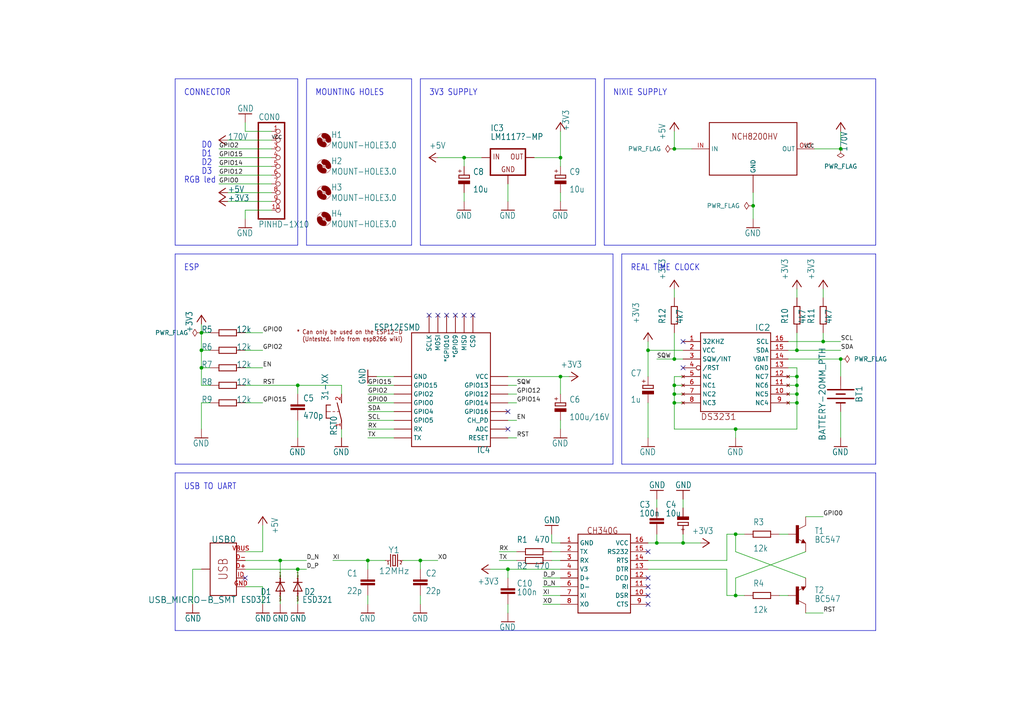
<source format=kicad_sch>
(kicad_sch (version 20231120) (generator "eeschema") (generator_version "8.0")
  (paper "A4")
  (junction (at 231.14 114.3))
  (junction (at 195.58 116.84))
  (junction (at 86.36 165.1))
  (junction (at 58.42 96.52))
  (junction (at 243.84 104.14))
  (junction (at 213.36 154.94))
  (junction (at 195.58 43.18))
  (junction (at 231.14 101.6))
  (junction (at 190.5 157.48))
  (junction (at 106.68 162.56))
  (junction (at 195.58 104.14))
  (junction (at 231.14 111.76))
  (junction (at 195.58 111.76))
  (junction (at 58.42 106.68))
  (junction (at 162.56 109.22))
  (junction (at 238.76 99.06))
  (junction (at 218.44 59.69))
  (junction (at 195.58 114.3))
  (junction (at 81.28 162.56))
  (junction (at 231.14 109.22))
  (junction (at 134.62 45.72))
  (junction (at 213.36 124.46))
  (junction (at 213.36 172.72))
  (junction (at 86.36 111.76))
  (junction (at 162.56 45.72))
  (junction (at 243.84 43.18))
  (junction (at 198.12 157.48))
  (junction (at 121.92 162.56))
  (junction (at 58.42 101.6))
  (junction (at 187.96 101.6))
  (junction (at 231.14 116.84))
  (junction (at 147.32 165.1))
  (no_connect (at 147.32 124.46))
  (no_connect (at 187.96 172.72))
  (no_connect (at 137.16 91.44))
  (no_connect (at 127 91.44))
  (no_connect (at 124.46 91.44))
  (no_connect (at 71.12 167.64))
  (no_connect (at 134.62 91.44))
  (no_connect (at 132.08 91.44))
  (no_connect (at 187.96 175.26))
  (no_connect (at 198.12 106.68))
  (no_connect (at 187.96 170.18))
  (no_connect (at 147.32 119.38))
  (no_connect (at 129.54 91.44))
  (no_connect (at 198.12 99.06))
  (no_connect (at 187.96 160.02))
  (no_connect (at 187.96 167.64))
  (wire (pts (xy 233.68 177.8) (xy 238.76 177.8)) (stroke (width 0.1524)))
  (polyline (pts (xy 254 137.16) (xy 50.8 137.16)) (stroke (width 0.1524) (type solid)))
  (wire (pts (xy 106.68 165.1) (xy 106.68 162.56)) (stroke (width 0.1524)))
  (polyline (pts (xy 121.92 22.86) (xy 121.92 71.12)) (stroke (width 0.1524) (type solid)))
  (polyline (pts (xy 88.9 22.86) (xy 88.9 71.12)) (stroke (width 0.1524) (type solid)))
  (wire (pts (xy 231.14 83.82) (xy 231.14 86.36)) (stroke (width 0.1524)))
  (polyline (pts (xy 254 22.86) (xy 175.26 22.86)) (stroke (width 0.1524) (type solid)))
  (wire (pts (xy 149.86 160.02) (xy 144.78 160.02)) (stroke (width 0.1524)))
  (wire (pts (xy 71.12 160.02) (xy 76.2 160.02)) (stroke (width 0.1524)))
  (wire (pts (xy 213.36 172.72) (xy 215.9 172.72)) (stroke (width 0.1524)))
  (wire (pts (xy 228.6 111.76) (xy 231.14 111.76)) (stroke (width 0.1524)))
  (polyline (pts (xy 172.72 22.86) (xy 172.72 71.12)) (stroke (width 0.1524) (type solid)))
  (wire (pts (xy 187.96 99.06) (xy 187.96 101.6)) (stroke (width 0.1524)))
  (wire (pts (xy 99.06 124.46) (xy 99.06 127)) (stroke (width 0.1524)))
  (wire (pts (xy 218.44 59.69) (xy 218.44 55.88)) (stroke (width 0.1524)))
  (wire (pts (xy 228.6 99.06) (xy 238.76 99.06)) (stroke (width 0.1524)))
  (wire (pts (xy 134.62 45.72) (xy 127 45.72)) (stroke (width 0.1524)))
  (wire (pts (xy 78.74 60.96) (xy 71.12 60.96)) (stroke (width 0.1524)))
  (wire (pts (xy 160.02 160.02) (xy 162.56 160.02)) (stroke (width 0.1524)))
  (polyline (pts (xy 180.34 134.62) (xy 254 134.62)) (stroke (width 0.1524) (type solid)))
  (wire (pts (xy 200.66 43.18) (xy 195.58 43.18)) (stroke (width 0.1524)))
  (wire (pts (xy 58.42 165.1) (xy 55.88 165.1)) (stroke (width 0.1524)))
  (wire (pts (xy 114.3 116.84) (xy 106.68 116.84)) (stroke (width 0.1524)))
  (wire (pts (xy 147.32 127) (xy 149.86 127)) (stroke (width 0.1524)))
  (polyline (pts (xy 177.8 73.66) (xy 177.8 134.62)) (stroke (width 0.1524) (type solid)))
  (wire (pts (xy 78.74 45.72) (xy 63.5 45.72)) (stroke (width 0.1524)))
  (wire (pts (xy 121.92 162.56) (xy 127 162.56)) (stroke (width 0.1524)))
  (wire (pts (xy 231.14 109.22) (xy 231.14 106.68)) (stroke (width 0.1524)))
  (polyline (pts (xy 177.8 134.62) (xy 50.8 134.62)) (stroke (width 0.1524) (type solid)))
  (wire (pts (xy 81.28 167.64) (xy 81.28 162.56)) (stroke (width 0.1524)))
  (wire (pts (xy 66.04 55.88) (xy 78.74 55.88)) (stroke (width 0.1524)))
  (wire (pts (xy 86.36 127) (xy 86.36 121.92)) (stroke (width 0.1524)))
  (wire (pts (xy 121.92 175.26) (xy 121.92 172.72)) (stroke (width 0.1524)))
  (wire (pts (xy 147.32 167.64) (xy 147.32 165.1)) (stroke (width 0.1524)))
  (polyline (pts (xy 119.38 22.86) (xy 119.38 71.12)) (stroke (width 0.1524) (type solid)))
  (polyline (pts (xy 119.38 71.12) (xy 88.9 71.12)) (stroke (width 0.1524) (type solid)))
  (wire (pts (xy 210.82 172.72) (xy 213.36 172.72)) (stroke (width 0.1524)))
  (polyline (pts (xy 177.8 73.66) (xy 50.8 73.66)) (stroke (width 0.1524) (type solid)))
  (wire (pts (xy 58.42 96.52) (xy 58.42 93.98)) (stroke (width 0.1524)))
  (wire (pts (xy 78.74 50.8) (xy 63.5 50.8)) (stroke (width 0.1524)))
  (wire (pts (xy 78.74 53.34) (xy 63.5 53.34)) (stroke (width 0.1524)))
  (wire (pts (xy 71.12 165.1) (xy 86.36 165.1)) (stroke (width 0.1524)))
  (wire (pts (xy 231.14 101.6) (xy 243.84 101.6)) (stroke (width 0.1524)))
  (wire (pts (xy 228.6 116.84) (xy 231.14 116.84)) (stroke (width 0.1524)))
  (polyline (pts (xy 50.8 182.88) (xy 50.8 137.16)) (stroke (width 0.1524) (type solid)))
  (wire (pts (xy 203.2 157.48) (xy 198.12 157.48)) (stroke (width 0.1524)))
  (wire (pts (xy 162.56 124.46) (xy 162.56 121.92)) (stroke (width 0.1524)))
  (wire (pts (xy 78.74 40.64) (xy 66.04 40.64)) (stroke (width 0.1524)))
  (wire (pts (xy 121.92 162.56) (xy 116.84 162.56)) (stroke (width 0.1524)))
  (wire (pts (xy 231.14 111.76) (xy 231.14 109.22)) (stroke (width 0.1524)))
  (polyline (pts (xy 86.36 22.86) (xy 86.36 71.12)) (stroke (width 0.1524) (type solid)))
  (wire (pts (xy 60.96 116.84) (xy 58.42 116.84)) (stroke (width 0.1524)))
  (polyline (pts (xy 50.8 73.66) (xy 50.8 134.62)) (stroke (width 0.1524) (type solid)))
  (polyline (pts (xy 254 182.88) (xy 50.8 182.88)) (stroke (width 0.1524) (type solid)))
  (wire (pts (xy 243.84 119.38) (xy 243.84 127)) (stroke (width 0.1524)))
  (wire (pts (xy 213.36 167.64) (xy 213.36 172.72)) (stroke (width 0.1524)))
  (wire (pts (xy 231.14 96.52) (xy 231.14 101.6)) (stroke (width 0.1524)))
  (wire (pts (xy 60.96 106.68) (xy 58.42 106.68)) (stroke (width 0.1524)))
  (wire (pts (xy 147.32 111.76) (xy 149.86 111.76)) (stroke (width 0.1524)))
  (polyline (pts (xy 86.36 71.12) (xy 50.8 71.12)) (stroke (width 0.1524) (type solid)))
  (wire (pts (xy 187.96 165.1) (xy 210.82 165.1)) (stroke (width 0.1524)))
  (wire (pts (xy 78.74 48.26) (xy 63.5 48.26)) (stroke (width 0.1524)))
  (polyline (pts (xy 254 71.12) (xy 254 22.86)) (stroke (width 0.1524) (type solid)))
  (wire (pts (xy 228.6 109.22) (xy 231.14 109.22)) (stroke (width 0.1524)))
  (polyline (pts (xy 172.72 71.12) (xy 121.92 71.12)) (stroke (width 0.1524) (type solid)))
  (polyline (pts (xy 180.34 73.66) (xy 254 73.66)) (stroke (width 0.1524) (type solid)))
  (polyline (pts (xy 254 137.16) (xy 254 182.88)) (stroke (width 0.1524) (type solid)))
  (wire (pts (xy 162.56 165.1) (xy 147.32 165.1)) (stroke (width 0.1524)))
  (polyline (pts (xy 254 73.66) (xy 254 134.62)) (stroke (width 0.1524) (type solid)))
  (wire (pts (xy 243.84 104.14) (xy 243.84 109.22)) (stroke (width 0.1524)))
  (wire (pts (xy 195.58 124.46) (xy 213.36 124.46)) (stroke (width 0.1524)))
  (wire (pts (xy 71.12 116.84) (xy 76.2 116.84)) (stroke (width 0.1524)))
  (wire (pts (xy 228.6 101.6) (xy 231.14 101.6)) (stroke (width 0.1524)))
  (wire (pts (xy 231.14 114.3) (xy 231.14 111.76)) (stroke (width 0.1524)))
  (polyline (pts (xy 175.26 22.86) (xy 175.26 71.12)) (stroke (width 0.1524) (type solid)))
  (wire (pts (xy 99.06 111.76) (xy 86.36 111.76)) (stroke (width 0.1524)))
  (wire (pts (xy 187.96 162.56) (xy 210.82 162.56)) (stroke (width 0.1524)))
  (wire (pts (xy 198.12 104.14) (xy 195.58 104.14)) (stroke (width 0.1524)))
  (wire (pts (xy 160.02 162.56) (xy 162.56 162.56)) (stroke (width 0.1524)))
  (wire (pts (xy 238.76 99.06) (xy 243.84 99.06)) (stroke (width 0.1524)))
  (wire (pts (xy 58.42 101.6) (xy 58.42 96.52)) (stroke (width 0.1524)))
  (wire (pts (xy 162.56 170.18) (xy 157.48 170.18)) (stroke (width 0.1524)))
  (wire (pts (xy 195.58 109.22) (xy 195.58 111.76)) (stroke (width 0.1524)))
  (wire (pts (xy 78.74 58.42) (xy 66.04 58.42)) (stroke (width 0.1524)))
  (wire (pts (xy 160.02 154.94) (xy 160.02 157.48)) (stroke (width 0.1524)))
  (wire (pts (xy 228.6 172.72) (xy 226.06 172.72)) (stroke (width 0.1524)))
  (wire (pts (xy 195.58 104.14) (xy 190.5 104.14)) (stroke (width 0.1524)))
  (wire (pts (xy 149.86 162.56) (xy 144.78 162.56)) (stroke (width 0.1524)))
  (wire (pts (xy 60.96 111.76) (xy 58.42 111.76)) (stroke (width 0.1524)))
  (wire (pts (xy 213.36 127) (xy 213.36 124.46)) (stroke (width 0.1524)))
  (wire (pts (xy 147.32 121.92) (xy 149.86 121.92)) (stroke (width 0.1524)))
  (wire (pts (xy 162.56 175.26) (xy 157.48 175.26)) (stroke (width 0.1524)))
  (wire (pts (xy 58.42 106.68) (xy 58.42 101.6)) (stroke (width 0.1524)))
  (wire (pts (xy 162.56 109.22) (xy 147.32 109.22)) (stroke (width 0.1524)))
  (wire (pts (xy 55.88 165.1) (xy 55.88 175.26)) (stroke (width 0.1524)))
  (wire (pts (xy 121.92 165.1) (xy 121.92 162.56)) (stroke (width 0.1524)))
  (wire (pts (xy 71.12 60.96) (xy 71.12 63.5)) (stroke (width 0.1524)))
  (wire (pts (xy 198.12 109.22) (xy 195.58 109.22)) (stroke (width 0.1524)))
  (polyline (pts (xy 175.26 71.12) (xy 254 71.12)) (stroke (width 0.1524) (type solid)))
  (wire (pts (xy 114.3 114.3) (xy 106.68 114.3)) (stroke (width 0.1524)))
  (wire (pts (xy 231.14 106.68) (xy 228.6 106.68)) (stroke (width 0.1524)))
  (wire (pts (xy 198.12 111.76) (xy 195.58 111.76)) (stroke (width 0.1524)))
  (wire (pts (xy 213.36 160.02) (xy 213.36 154.94)) (stroke (width 0.1524)))
  (wire (pts (xy 86.36 175.26) (xy 86.36 172.72)) (stroke (width 0.1524)))
  (wire (pts (xy 228.6 104.14) (xy 243.84 104.14)) (stroke (width 0.1524)))
  (wire (pts (xy 236.22 43.18) (xy 243.84 43.18)) (stroke (width 0.1524)))
  (wire (pts (xy 162.56 167.64) (xy 157.48 167.64)) (stroke (width 0.1524)))
  (wire (pts (xy 162.56 58.42) (xy 162.56 55.88)) (stroke (width 0.1524)))
  (wire (pts (xy 76.2 160.02) (xy 76.2 152.4)) (stroke (width 0.1524)))
  (wire (pts (xy 71.12 170.18) (xy 76.2 170.18)) (stroke (width 0.1524)))
  (wire (pts (xy 231.14 116.84) (xy 231.14 114.3)) (stroke (width 0.1524)))
  (wire (pts (xy 198.12 157.48) (xy 190.5 157.48)) (stroke (width 0.1524)))
  (polyline (pts (xy 172.72 22.86) (xy 121.92 22.86)) (stroke (width 0.1524) (type solid)))
  (wire (pts (xy 238.76 96.52) (xy 238.76 99.06)) (stroke (width 0.1524)))
  (wire (pts (xy 71.12 162.56) (xy 81.28 162.56)) (stroke (width 0.1524)))
  (wire (pts (xy 109.22 109.22) (xy 114.3 109.22)) (stroke (width 0.1524)))
  (wire (pts (xy 162.56 114.3) (xy 162.56 109.22)) (stroke (width 0.1524)))
  (wire (pts (xy 233.68 167.64) (xy 213.36 160.02)) (stroke (width 0.1524)))
  (wire (pts (xy 86.36 111.76) (xy 71.12 111.76)) (stroke (width 0.1524)))
  (wire (pts (xy 190.5 147.32) (xy 190.5 144.78)) (stroke (width 0.1524)))
  (wire (pts (xy 58.42 111.76) (xy 58.42 106.68)) (stroke (width 0.1524)))
  (wire (pts (xy 78.74 43.18) (xy 63.5 43.18)) (stroke (width 0.1524)))
  (wire (pts (xy 139.7 45.72) (xy 134.62 45.72)) (stroke (width 0.1524)))
  (wire (pts (xy 78.74 38.1) (xy 71.12 38.1)) (stroke (width 0.1524)))
  (wire (pts (xy 210.82 162.56) (xy 210.82 154.94)) (stroke (width 0.1524)))
  (wire (pts (xy 198.12 154.94) (xy 198.12 157.48)) (stroke (width 0.1524)))
  (wire (pts (xy 195.58 86.36) (xy 195.58 83.82)) (stroke (width 0.1524)))
  (wire (pts (xy 213.36 124.46) (xy 231.14 124.46)) (stroke (width 0.1524)))
  (polyline (pts (xy 119.38 22.86) (xy 88.9 22.86)) (stroke (width 0.1524) (type solid)))
  (wire (pts (xy 134.62 58.42) (xy 134.62 55.88)) (stroke (width 0.1524)))
  (wire (pts (xy 86.36 167.64) (xy 86.36 165.1)) (stroke (width 0.1524)))
  (wire (pts (xy 134.62 48.26) (xy 134.62 45.72)) (stroke (width 0.1524)))
  (wire (pts (xy 228.6 114.3) (xy 231.14 114.3)) (stroke (width 0.1524)))
  (wire (pts (xy 228.6 154.94) (xy 226.06 154.94)) (stroke (width 0.1524)))
  (wire (pts (xy 99.06 114.3) (xy 99.06 111.76)) (stroke (width 0.1524)))
  (wire (pts (xy 162.56 172.72) (xy 157.48 172.72)) (stroke (width 0.1524)))
  (wire (pts (xy 114.3 111.76) (xy 106.68 111.76)) (stroke (width 0.1524)))
  (wire (pts (xy 231.14 124.46) (xy 231.14 116.84)) (stroke (width 0.1524)))
  (wire (pts (xy 198.12 116.84) (xy 195.58 116.84)) (stroke (width 0.1524)))
  (wire (pts (xy 190.5 154.94) (xy 190.5 157.48)) (stroke (width 0.1524)))
  (polyline (pts (xy 180.34 73.66) (xy 180.34 134.62)) (stroke (width 0.1524) (type solid)))
  (wire (pts (xy 243.84 43.18) (xy 243.84 38.1)) (stroke (width 0.1524)))
  (wire (pts (xy 114.3 119.38) (xy 106.68 119.38)) (stroke (width 0.1524)))
  (wire (pts (xy 210.82 154.94) (xy 213.36 154.94)) (stroke (width 0.1524)))
  (wire (pts (xy 233.68 160.02) (xy 213.36 167.64)) (stroke (width 0.1524)))
  (wire (pts (xy 106.68 175.26) (xy 106.68 172.72)) (stroke (width 0.1524)))
  (wire (pts (xy 86.36 114.3) (xy 86.36 111.76)) (stroke (width 0.1524)))
  (wire (pts (xy 195.58 111.76) (xy 195.58 114.3)) (stroke (width 0.1524)))
  (wire (pts (xy 81.28 162.56) (xy 88.9 162.56)) (stroke (width 0.1524)))
  (wire (pts (xy 71.12 38.1) (xy 71.12 35.56)) (stroke (width 0.1524)))
  (wire (pts (xy 60.96 101.6) (xy 58.42 101.6)) (stroke (width 0.1524)))
  (wire (pts (xy 162.56 45.72) (xy 162.56 48.26)) (stroke (width 0.1524)))
  (wire (pts (xy 147.32 116.84) (xy 149.86 116.84)) (stroke (width 0.1524)))
  (wire (pts (xy 213.36 154.94) (xy 215.9 154.94)) (stroke (width 0.1524)))
  (wire (pts (xy 218.44 63.5) (xy 218.44 59.69)) (stroke (width 0.1524)))
  (wire (pts (xy 210.82 165.1) (xy 210.82 172.72)) (stroke (width 0.1524)))
  (wire (pts (xy 114.3 121.92) (xy 106.68 121.92)) (stroke (width 0.1524)))
  (wire (pts (xy 76.2 170.18) (xy 76.2 175.26)) (stroke (width 0.1524)))
  (wire (pts (xy 71.12 96.52) (xy 76.2 96.52)) (stroke (width 0.1524)))
  (wire (pts (xy 198.12 144.78) (xy 198.12 147.32)) (stroke (width 0.1524)))
  (polyline (pts (xy 50.8 22.86) (xy 50.8 71.12)) (stroke (width 0.1524) (type solid)))
  (wire (pts (xy 195.58 43.18) (xy 195.58 38.1)) (stroke (width 0.1524)))
  (wire (pts (xy 60.96 96.52) (xy 58.42 96.52)) (stroke (width 0.1524)))
  (wire (pts (xy 162.56 45.72) (xy 162.56 38.1)) (stroke (width 0.1524)))
  (wire (pts (xy 114.3 124.46) (xy 106.68 124.46)) (stroke (width 0.1524)))
  (wire (pts (xy 147.32 177.8) (xy 147.32 175.26)) (stroke (width 0.1524)))
  (wire (pts (xy 160.02 157.48) (xy 162.56 157.48)) (stroke (width 0.1524)))
  (wire (pts (xy 147.32 58.42) (xy 147.32 53.34)) (stroke (width 0.1524)))
  (wire (pts (xy 114.3 127) (xy 106.68 127)) (stroke (width 0.1524)))
  (wire (pts (xy 198.12 114.3) (xy 195.58 114.3)) (stroke (width 0.1524)))
  (wire (pts (xy 71.12 101.6) (xy 76.2 101.6)) (stroke (width 0.1524)))
  (wire (pts (xy 195.58 116.84) (xy 195.58 124.46)) (stroke (width 0.1524)))
  (wire (pts (xy 154.94 45.72) (xy 162.56 45.72)) (stroke (width 0.1524)))
  (wire (pts (xy 106.68 162.56) (xy 111.76 162.56)) (stroke (width 0.1524)))
  (wire (pts (xy 198.12 101.6) (xy 187.96 101.6)) (stroke (width 0.1524)))
  (wire (pts (xy 165.1 109.22) (xy 162.56 109.22)) (stroke (width 0.1524)))
  (wire (pts (xy 58.42 116.84) (xy 58.42 124.46)) (stroke (width 0.1524)))
  (wire (pts (xy 187.96 116.84) (xy 187.96 127)) (stroke (width 0.1524)))
  (wire (pts (xy 187.96 101.6) (xy 187.96 109.22)) (stroke (width 0.1524)))
  (wire (pts (xy 195.58 114.3) (xy 195.58 116.84)) (stroke (width 0.1524)))
  (wire (pts (xy 71.12 106.68) (xy 76.2 106.68)) (stroke (width 0.1524)))
  (polyline (pts (xy 86.36 22.86) (xy 50.8 22.86)) (stroke (width 0.1524) (type solid)))
  (wire (pts (xy 147.32 165.1) (xy 142.24 165.1)) (stroke (width 0.1524)))
  (wire (pts (xy 238.76 83.82) (xy 238.76 86.36)) (stroke (width 0.1524)))
  (wire (pts (xy 233.68 149.86) (xy 238.76 149.86)) (stroke (width 0.1524)))
  (wire (pts (xy 190.5 157.48) (xy 187.96 157.48)) (stroke (width 0.1524)))
  (wire (pts (xy 81.28 175.26) (xy 81.28 172.72)) (stroke (width 0.1524)))
  (wire (pts (xy 86.36 165.1) (xy 88.9 165.1)) (stroke (width 0.1524)))
  (wire (pts (xy 106.68 162.56) (xy 96.52 162.56)) (stroke (width 0.1524)))
  (wire (pts (xy 147.32 114.3) (xy 149.86 114.3)) (stroke (width 0.1524)))
  (wire (pts (xy 195.58 96.52) (xy 195.58 104.14)) (stroke (width 0.1524)))
  (text "MOUNTING HOLES" (at 91.44 27.94 0) (effects (font (size 1.778 1.5113)) (justify left bottom)))
  (text "D1" (at 58.42 45.72 0) (effects (font (size 1.778 1.5113)) (justify left bottom)))
  (text "3V3 SUPPLY" (at 124.46 27.94 0) (effects (font (size 1.778 1.5113)) (justify left bottom)))
  (text "ESP" (at 53.34 78.74 0) (effects (font (size 1.778 1.5113)) (justify left bottom)))
  (text "CONNECTOR" (at 53.34 27.94 0) (effects (font (size 1.778 1.5113)) (justify left bottom)))
  (text "D3" (at 58.42 50.8 0) (effects (font (size 1.778 1.5113)) (justify left bottom)))
  (text "RGB led" (at 53.34 53.34 0) (effects (font (size 1.778 1.5113)) (justify left bottom)))
  (text "NIXIE SUPPLY" (at 177.8 27.94 0) (effects (font (size 1.778 1.5113)) (justify left bottom)))
  (text "D2" (at 58.42 48.26 0) (effects (font (size 1.778 1.5113)) (justify left bottom)))
  (text "REAL TIME CLOCK" (at 182.88 78.74 0) (effects (font (size 1.778 1.5113)) (justify left bottom)))
  (text "USB TO UART" (at 53.34 142.24 0) (effects (font (size 1.778 1.5113)) (justify left bottom)))
  (text "D0" (at 58.42 43.18 0) (effects (font (size 1.778 1.5113)) (justify left bottom)))
  (label "RX" (at 144.78 160.02 0) (effects (font (size 1.2446 1.2446))))
  (label "RST" (at 238.76 177.8 0) (effects (font (size 1.2446 1.2446))))
  (label "VCC" (at 236.22 43.18 180) (effects (font (size 1.016 1.016))))
  (label "SCL" (at 106.68 121.92 0) (effects (font (size 1.2446 1.2446))))
  (label "GPIO12" (at 149.86 114.3 0) (effects (font (size 1.2446 1.2446))))
  (label "SCL" (at 243.84 99.06 0) (effects (font (size 1.2446 1.2446))))
  (label "EN" (at 76.2 106.68 0) (effects (font (size 1.2446 1.2446))))
  (label "D_P" (at 88.9 165.1 0) (effects (font (size 1.2446 1.2446))))
  (label "EN" (at 149.86 121.92 0) (effects (font (size 1.2446 1.2446))))
  (label "RST" (at 149.86 127 0) (effects (font (size 1.2446 1.2446))))
  (label "XI" (at 96.52 162.56 0) (effects (font (size 1.2446 1.2446))))
  (label "SQW" (at 149.86 111.76 0) (effects (font (size 1.2446 1.2446))))
  (label "GPIO2" (at 63.5 43.18 0) (effects (font (size 1.2446 1.2446))))
  (label "SDA" (at 243.84 101.6 0) (effects (font (size 1.2446 1.2446))))
  (label "XO" (at 157.48 175.26 0) (effects (font (size 1.2446 1.2446))))
  (label "RST" (at 76.2 111.76 0) (effects (font (size 1.2446 1.2446))))
  (label "D_N" (at 157.48 170.18 0) (effects (font (size 1.2446 1.2446))))
  (label "GPIO15" (at 106.68 111.76 0) (effects (font (size 1.2446 1.2446))))
  (label "D_P" (at 157.48 167.64 0) (effects (font (size 1.2446 1.2446))))
  (label "D_N" (at 88.9 162.56 0) (effects (font (size 1.2446 1.2446))))
  (label "GPIO14" (at 63.5 48.26 0) (effects (font (size 1.2446 1.2446))))
  (label "GPIO15" (at 63.5 45.72 0) (effects (font (size 1.2446 1.2446))))
  (label "GPIO0" (at 106.68 116.84 0) (effects (font (size 1.2446 1.2446))))
  (label "GPIO0" (at 63.5 53.34 0) (effects (font (size 1.2446 1.2446))))
  (label "XI" (at 157.48 172.72 0) (effects (font (size 1.2446 1.2446))))
  (label "SDA" (at 106.68 119.38 0) (effects (font (size 1.2446 1.2446))))
  (label "GPIO2" (at 106.68 114.3 0) (effects (font (size 1.2446 1.2446))))
  (label "VCC" (at 78.74 40.64 0) (effects (font (size 1.016 1.016))))
  (label "XO" (at 127 162.56 0) (effects (font (size 1.2446 1.2446))))
  (label "GPIO0" (at 76.2 96.52 0) (effects (font (size 1.2446 1.2446))))
  (label "GPIO14" (at 149.86 116.84 0) (effects (font (size 1.2446 1.2446))))
  (label "RX" (at 106.68 124.46 0) (effects (font (size 1.2446 1.2446))))
  (label "GPIO12" (at 63.5 50.8 0) (effects (font (size 1.2446 1.2446))))
  (label "TX" (at 144.78 162.56 0) (effects (font (size 1.2446 1.2446))))
  (label "GPIO2" (at 76.2 101.6 0) (effects (font (size 1.2446 1.2446))))
  (label "GPIO0" (at 238.76 149.86 0) (effects (font (size 1.2446 1.2446))))
  (label "SQW" (at 190.5 104.14 0) (effects (font (size 1.2446 1.2446))))
  (label "GPIO15" (at 76.2 116.84 0) (effects (font (size 1.2446 1.2446))))
  (label "TX" (at 106.68 127 0) (effects (font (size 1.2446 1.2446))))
  (symbol (lib_id "power:PWR_FLAG") (at 218.44 59.69 90) (unit 1)
    (property "Reference" "#FLG02" (effects (hide yes)))
    (property "Value" "PWR_FLAG" (at 214.63 59.6899 90) (effects (justify left)))
    (property "Description" "Special symbol for telling ERC where power comes from" (effects (hide yes)))
  )
  (symbol (lib_id "controlBoard-eagle-import:GND") (at 243.84 129.54 0) (unit 1)
    (property "Reference" "#GND021" (effects (hide yes)))
    (property "Value" "GND" (at 241.3 132.08 0) (effects (font (size 1.778 1.5113)) (justify left bottom)))
  )
  (symbol (lib_id "controlBoard-eagle-import:GND") (at 134.62 60.96 0) (unit 1)
    (property "Reference" "#GND023" (effects (hide yes)))
    (property "Value" "GND" (at 132.08 63.5 0) (effects (font (size 1.778 1.5113)) (justify left bottom)))
  )
  (symbol (lib_id "controlBoard-eagle-import:GND") (at 86.36 129.54 0) (unit 1)
    (property "Reference" "#GND017" (effects (hide yes)))
    (property "Value" "GND" (at 83.82 132.08 0) (effects (font (size 1.778 1.5113)) (justify left bottom)))
  )
  (symbol (lib_id "controlBoard-eagle-import:R-EU_R0603") (at 154.94 162.56 180) (unit 1)
    (property "Reference" "R2" (at 149.86 165.1 0) (effects (font (size 1.778 1.5113)) (justify right top)))
    (property "Value" "470" (at 154.94 165.1 0) (effects (font (size 1.778 1.5113)) (justify right top)))
    (property "Footprint" "controlBoard:R0603" (effects (hide yes)))
  )
  (symbol (lib_id "controlBoard-eagle-import:ESP12ESMD") (at 129.54 119.38 180) (unit 1)
    (property "Reference" "IC4" (at 142.24 129.54 0) (effects (font (size 1.778 1.5113)) (justify left bottom)))
    (property "Value" "ESP12ESMD" (at 121.92 93.98 0) (effects (font (size 1.778 1.5113)) (justify left bottom)))
    (property "Footprint" "controlBoard:ESP12E-SMD" (effects (hide yes)))
  )
  (symbol (lib_id "controlBoard-eagle-import:CPOL-EUSMCA") (at 198.12 152.4 180) (unit 1)
    (property "Reference" "C4" (at 193.04 147.32 0) (effects (font (size 1.778 1.5113)) (justify right top)))
    (property "Value" "10u" (at 193.04 149.86 0) (effects (font (size 1.778 1.5113)) (justify right top)))
    (property "Footprint" "controlBoard:SMC_A" (effects (hide yes)))
  )
  (symbol (lib_id "power:PWR_FLAG") (at 243.84 43.18 180) (unit 1)
    (property "Reference" "#FLG03" (effects (hide yes)))
    (property "Value" "PWR_FLAG" (at 243.84 48.26 0))
    (property "Description" "Special symbol for telling ERC where power comes from" (effects (hide yes)))
  )
  (symbol (lib_id "controlBoard-eagle-import:DIODE-SOD523") (at 86.36 170.18 90) (unit 1)
    (property "Reference" "D2" (at 91.44 170.6626 90) (effects (font (size 1.778 1.5113)) (justify left bottom)))
    (property "Value" "ESD321" (at 96.52 172.9486 90) (effects (font (size 1.778 1.5113)) (justify left bottom)))
    (property "Footprint" "controlBoard:SOD523" (effects (hide yes)))
  )
  (symbol (lib_id "controlBoard-eagle-import:MOUNT-HOLE3.0") (at 93.98 63.5 0) (unit 1)
    (property "Reference" "H4" (at 96.012 62.9158 0) (effects (font (size 1.778 1.5113)) (justify left bottom)))
    (property "Value" "MOUNT-HOLE3.0" (at 96.012 65.9638 0) (effects (font (size 1.778 1.5113)) (justify left bottom)))
    (property "Footprint" "controlBoard:3,0" (effects (hide yes)))
  )
  (symbol (lib_id "controlBoard-eagle-import:R-EU_R0603") (at 154.94 160.02 180) (unit 1)
    (property "Reference" "R1" (at 149.86 157.48 0) (effects (font (size 1.778 1.5113)) (justify right top)))
    (property "Value" "470" (at 154.94 157.48 0) (effects (font (size 1.778 1.5113)) (justify right top)))
    (property "Footprint" "controlBoard:R0603" (effects (hide yes)))
  )
  (symbol (lib_id "controlBoard-eagle-import:MOUNT-HOLE3.0") (at 93.98 40.64 0) (unit 1)
    (property "Reference" "H1" (at 96.012 40.0558 0) (effects (font (size 1.778 1.5113)) (justify left bottom)))
    (property "Value" "MOUNT-HOLE3.0" (at 96.012 43.1038 0) (effects (font (size 1.778 1.5113)) (justify left bottom)))
    (property "Footprint" "controlBoard:3,0" (effects (hide yes)))
  )
  (symbol (lib_id "controlBoard-eagle-import:+3V3") (at 231.14 81.28 0) (unit 1)
    (property "Reference" "#+3V06" (effects (hide yes)))
    (property "Value" "+3V3" (at 228.6 81.28 90) (effects (font (size 1.778 1.5113)) (justify left bottom)))
  )
  (symbol (lib_id "controlBoard-eagle-import:GND") (at 147.32 180.34 0) (unit 1)
    (property "Reference" "#GND02" (effects (hide yes)))
    (property "Value" "GND" (at 144.78 182.88 0) (effects (font (size 1.778 1.5113)) (justify left bottom)))
  )
  (symbol (lib_id "controlBoard-eagle-import:CPOL-EUSMCA") (at 187.96 111.76 0) (unit 1)
    (property "Reference" "C7" (at 182.88 109.22 0) (effects (font (size 1.778 1.5113)) (justify left bottom)))
    (property "Value" "1u" (at 182.88 116.84 0) (effects (font (size 1.778 1.5113)) (justify left bottom)))
    (property "Footprint" "controlBoard:SMC_A" (effects (hide yes)))
  )
  (symbol (lib_id "controlBoard-eagle-import:C-EUC0603") (at 190.5 149.86 0) (unit 1)
    (property "Reference" "C3" (at 185.42 147.32 0) (effects (font (size 1.778 1.5113)) (justify left bottom)))
    (property "Value" "100n" (at 185.42 149.86 0) (effects (font (size 1.778 1.5113)) (justify left bottom)))
    (property "Footprint" "controlBoard:C0603" (effects (hide yes)))
  )
  (symbol (lib_id "controlBoard-eagle-import:R-EU_R0603") (at 66.04 96.52 180) (unit 1)
    (property "Reference" "R5" (at 58.42 96.52 0) (effects (font (size 1.778 1.5113)) (justify right top)))
    (property "Value" "12k" (at 68.58 96.52 0) (effects (font (size 1.778 1.5113)) (justify right top)))
    (property "Footprint" "controlBoard:R0603" (effects (hide yes)))
  )
  (symbol (lib_id "controlBoard-eagle-import:GND") (at 218.44 66.04 0) (unit 1)
    (property "Reference" "#GND01" (effects (hide yes)))
    (property "Value" "GND" (at 215.9 68.58 0) (effects (font (size 1.778 1.5113)) (justify left bottom)))
  )
  (symbol (lib_id "controlBoard-eagle-import:GND") (at 162.56 60.96 0) (unit 1)
    (property "Reference" "#GND024" (effects (hide yes)))
    (property "Value" "GND" (at 160.02 63.5 0) (effects (font (size 1.778 1.5113)) (justify left bottom)))
  )
  (symbol (lib_id "controlBoard-eagle-import:NCH8200HV") (at 205.74 50.8 0) (unit 1)
    (property "Reference" "UNK1" (effects (hide yes)))
    (property "Value" "NCH8200HV" (effects (hide yes)))
    (property "Footprint" "controlBoard:NCH8200HV" (effects (hide yes)))
  )
  (symbol (lib_id "controlBoard-eagle-import:GND") (at 147.32 60.96 0) (unit 1)
    (property "Reference" "#GND022" (effects (hide yes)))
    (property "Value" "GND" (at 144.78 63.5 0) (effects (font (size 1.778 1.5113)) (justify left bottom)))
  )
  (symbol (lib_id "controlBoard-eagle-import:VCC") (at 63.5 40.64 90) (unit 1)
    (property "Reference" "#P+06" (effects (hide yes)))
    (property "Value" "170V" (at 66.04 40.64 90) (effects (font (size 1.778 1.5113)) (justify right top)))
  )
  (symbol (lib_id "controlBoard-eagle-import:VCC") (at 243.84 35.56 0) (unit 1)
    (property "Reference" "#P+02" (effects (hide yes)))
    (property "Value" "170V" (at 243.84 38.1 90) (effects (font (size 1.778 1.5113)) (justify right top)))
  )
  (symbol (lib_id "controlBoard-eagle-import:+3V3") (at 58.42 91.44 0) (unit 1)
    (property "Reference" "#+3V01" (effects (hide yes)))
    (property "Value" "+3V3" (at 55.88 96.52 90) (effects (font (size 1.778 1.5113)) (justify left bottom)))
  )
  (symbol (lib_id "controlBoard-eagle-import:+3V3") (at 205.74 157.48 270) (unit 1)
    (property "Reference" "#+3V09" (effects (hide yes)))
    (property "Value" "+3V3" (at 200.66 154.94 90) (effects (font (size 1.778 1.5113)) (justify left bottom)))
  )
  (symbol (lib_id "controlBoard-eagle-import:MOUNT-HOLE3.0") (at 93.98 55.88 0) (unit 1)
    (property "Reference" "H3" (at 96.012 55.2958 0) (effects (font (size 1.778 1.5113)) (justify left bottom)))
    (property "Value" "MOUNT-HOLE3.0" (at 96.012 58.3438 0) (effects (font (size 1.778 1.5113)) (justify left bottom)))
    (property "Footprint" "controlBoard:3,0" (effects (hide yes)))
  )
  (symbol (lib_id "controlBoard-eagle-import:GND") (at 160.02 152.4 180) (unit 1)
    (property "Reference" "#GND09" (effects (hide yes)))
    (property "Value" "GND" (at 162.56 149.86 0) (effects (font (size 1.778 1.5113)) (justify left bottom)))
  )
  (symbol (lib_id "power:PWR_FLAG") (at 243.84 104.14 270) (unit 1)
    (property "Reference" "#FLG01" (effects (hide yes)))
    (property "Value" "PWR_FLAG" (at 247.65 104.1399 90) (effects (justify left)))
    (property "Description" "Special symbol for telling ERC where power comes from" (effects (hide yes)))
  )
  (symbol (lib_id "controlBoard-eagle-import:+3V3") (at 139.7 165.1 90) (unit 1)
    (property "Reference" "#+3V010" (effects (hide yes)))
    (property "Value" "+3V3" (at 144.78 167.64 90) (effects (font (size 1.778 1.5113)) (justify left bottom)))
  )
  (symbol (lib_id "controlBoard-eagle-import:+3V3") (at 162.56 35.56 0) (unit 1)
    (property "Reference" "#+3V04" (effects (hide yes)))
    (property "Value" "+3V3" (at 165.1 38.1 90) (effects (font (size 1.778 1.5113)) (justify left bottom)))
  )
  (symbol (lib_id "controlBoard-eagle-import:GND") (at 106.68 109.22 270) (unit 1)
    (property "Reference" "#GND027" (effects (hide yes)))
    (property "Value" "GND" (at 104.14 106.68 0) (effects (font (size 1.778 1.5113)) (justify left bottom)))
  )
  (symbol (lib_id "controlBoard-eagle-import:GND") (at 86.36 177.8 0) (mirror y) (unit 1)
    (property "Reference" "#GND04" (effects (hide yes)))
    (property "Value" "GND" (at 88.9 180.34 0) (effects (font (size 1.778 1.5113)) (justify left bottom)))
  )
  (symbol (lib_id "controlBoard-eagle-import:DIODE-SOD523") (at 81.28 170.18 90) (unit 1)
    (property "Reference" "D1" (at 78.74 170.6626 90) (effects (font (size 1.778 1.5113)) (justify left bottom)))
    (property "Value" "ESD321" (at 78.74 172.9486 90) (effects (font (size 1.778 1.5113)) (justify left bottom)))
    (property "Footprint" "controlBoard:SOD523" (effects (hide yes)))
  )
  (symbol (lib_id "controlBoard-eagle-import:BATTERY-20MM_PTH") (at 243.84 114.3 270) (unit 1)
    (property "Reference" "BT1" (at 248.158 114.3 0) (effects (font (size 1.778 1.778)) (justify bottom)))
    (property "Value" "BATTERY-20MM_PTH" (at 239.522 114.3 0) (effects (font (size 1.778 1.778)) (justify top)))
    (property "Footprint" "controlBoard:BATTCOM_20MM_PTH" (effects (hide yes)))
  )
  (symbol (lib_id "controlBoard-eagle-import:GND") (at 76.2 177.8 0) (mirror y) (unit 1)
    (property "Reference" "#GND014" (effects (hide yes)))
    (property "Value" "GND" (at 78.74 180.34 0) (effects (font (size 1.778 1.5113)) (justify left bottom)))
  )
  (symbol (lib_id "controlBoard-eagle-import:GND") (at 71.12 66.04 0) (unit 1)
    (property "Reference" "#GND026" (effects (hide yes)))
    (property "Value" "GND" (at 68.58 68.58 0) (effects (font (size 1.778 1.5113)) (justify left bottom)))
  )
  (symbol (lib_id "controlBoard-eagle-import:-NPN-SOT23-BEC") (at 231.14 154.94 0) (unit 1)
    (property "Reference" "T1" (at 236.22 154.94 0) (effects (font (size 1.778 1.5113)) (justify left bottom)))
    (property "Value" "BC547" (at 236.22 157.48 0) (effects (font (size 1.778 1.5113)) (justify left bottom)))
    (property "Footprint" "controlBoard:SOT23-BEC" (effects (hide yes)))
  )
  (symbol (lib_id "controlBoard-eagle-import:GND") (at 58.42 127 0) (unit 1)
    (property "Reference" "#GND016" (effects (hide yes)))
    (property "Value" "GND" (at 55.88 129.54 0) (effects (font (size 1.778 1.5113)) (justify left bottom)))
  )
  (symbol (lib_id "controlBoard-eagle-import:C-EUC0603") (at 106.68 170.18 180) (unit 1)
    (property "Reference" "C1" (at 100.584 167.259 0) (effects (font (size 1.778 1.5113)) (justify right top)))
    (property "Value" "22p" (at 100.584 172.339 0) (effects (font (size 1.778 1.5113)) (justify right top)))
    (property "Footprint" "controlBoard:C0603" (effects (hide yes)))
  )
  (symbol (lib_id "controlBoard-eagle-import:CPOL-EUSMCD") (at 162.56 116.84 0) (unit 1)
    (property "Reference" "C6" (at 165.1 116.84 0) (effects (font (size 1.778 1.5113)) (justify left bottom)))
    (property "Value" "100u/16V" (at 165.1 121.92 0) (effects (font (size 1.778 1.5113)) (justify left bottom)))
    (property "Footprint" "controlBoard:SMC_D" (effects (hide yes)))
  )
  (symbol (lib_id "controlBoard-eagle-import:GND") (at 187.96 129.54 0) (unit 1)
    (property "Reference" "#GND020" (effects (hide yes)))
    (property "Value" "GND" (at 185.42 132.08 0) (effects (font (size 1.778 1.5113)) (justify left bottom)))
  )
  (symbol (lib_id "controlBoard-eagle-import:CH340G") (at 175.26 167.64 0) (unit 1)
    (property "Reference" "U$2" (effects (hide yes)))
    (property "Value" "CH340G" (effects (hide yes)))
    (property "Footprint" "controlBoard:SOIC16" (effects (hide yes)))
  )
  (symbol (lib_id "controlBoard-eagle-import:GND") (at 121.92 177.8 0) (unit 1)
    (property "Reference" "#GND013" (effects (hide yes)))
    (property "Value" "GND" (at 119.38 180.34 0) (effects (font (size 1.778 1.5113)) (justify left bottom)))
  )
  (symbol (lib_id "controlBoard-eagle-import:R-EU_R0603") (at 66.04 106.68 180) (unit 1)
    (property "Reference" "R7" (at 58.42 106.68 0) (effects (font (size 1.778 1.5113)) (justify right top)))
    (property "Value" "12k" (at 68.58 106.68 0) (effects (font (size 1.778 1.5113)) (justify right top)))
    (property "Footprint" "controlBoard:R0603" (effects (hide yes)))
  )
  (symbol (lib_id "controlBoard-eagle-import:CPOL-EUSMCA") (at 162.56 50.8 0) (unit 1)
    (property "Reference" "C9" (at 165.1 50.8 0) (effects (font (size 1.778 1.5113)) (justify left bottom)))
    (property "Value" "10u" (at 165.1 55.88 0) (effects (font (size 1.778 1.5113)) (justify left bottom)))
    (property "Footprint" "controlBoard:SMC_A" (effects (hide yes)))
  )
  (symbol (lib_id "power:PWR_FLAG") (at 58.42 96.52 90) (unit 1)
    (property "Reference" "#FLG05" (effects (hide yes)))
    (property "Value" "PWR_FLAG" (at 54.61 96.5199 90) (effects (justify left)))
    (property "Description" "Special symbol for telling ERC where power comes from" (effects (hide yes)))
  )
  (symbol (lib_id "controlBoard-eagle-import:31-XX") (at 99.06 119.38 0) (unit 1)
    (property "Reference" "RST0" (at 97.79 126.365 90) (effects (font (size 1.778 1.5113)) (justify left bottom)))
    (property "Value" "31-XX" (at 95.25 116.205 90) (effects (font (size 1.778 1.5113)) (justify left bottom)))
    (property "Footprint" "controlBoard:B3F-31XX" (effects (hide yes)))
  )
  (symbol (lib_id "controlBoard-eagle-import:R-EU_R0603") (at 238.76 91.44 270) (unit 1)
    (property "Reference" "R11" (at 236.22 93.98 0) (effects (font (size 1.778 1.5113)) (justify right top)))
    (property "Value" "4k7" (at 241.3 93.98 0) (effects (font (size 1.778 1.5113)) (justify right top)))
    (property "Footprint" "controlBoard:R0603" (effects (hide yes)))
  )
  (symbol (lib_id "controlBoard-eagle-import:+3V3") (at 187.96 96.52 0) (unit 1)
    (property "Reference" "#+3V03" (effects (hide yes)))
    (property "Value" "+3V3" (at 185.42 93.98 90) (effects (font (size 1.778 1.5113)) (justify left bottom)))
  )
  (symbol (lib_id "controlBoard-eagle-import:CPOL-EUSMCA") (at 134.62 50.8 0) (unit 1)
    (property "Reference" "C8" (at 137.16 50.8 0) (effects (font (size 1.778 1.5113)) (justify left bottom)))
    (property "Value" "10u" (at 137.16 55.88 0) (effects (font (size 1.778 1.5113)) (justify left bottom)))
    (property "Footprint" "controlBoard:SMC_A" (effects (hide yes)))
  )
  (symbol (lib_id "controlBoard-eagle-import:USB_MICRO-B_SMT") (at 66.04 165.1 0) (mirror y) (unit 1)
    (property "Reference" "USB0" (at 68.58 157.48 0) (effects (font (size 1.778 1.778)) (justify left bottom)))
    (property "Value" "USB_MICRO-B_SMT" (at 68.58 172.974 0) (effects (font (size 1.778 1.778)) (justify left top)))
    (property "Footprint" "controlBoard:USB-MICROB" (effects (hide yes)))
  )
  (symbol (lib_id "controlBoard-eagle-import:+3V3") (at 238.76 81.28 0) (unit 1)
    (property "Reference" "#+3V07" (effects (hide yes)))
    (property "Value" "+3V3" (at 236.22 81.28 90) (effects (font (size 1.778 1.5113)) (justify left bottom)))
  )
  (symbol (lib_id "controlBoard-eagle-import:+5V") (at 76.2 149.86 0) (mirror y) (unit 1)
    (property "Reference" "#P+04" (effects (hide yes)))
    (property "Value" "+5V" (at 78.74 154.94 90) (effects (font (size 1.778 1.5113)) (justify left bottom)))
  )
  (symbol (lib_id "controlBoard-eagle-import:GND") (at 198.12 142.24 180) (unit 1)
    (property "Reference" "#GND011" (effects (hide yes)))
    (property "Value" "GND" (at 200.66 139.7 0) (effects (font (size 1.778 1.5113)) (justify left bottom)))
  )
  (symbol (lib_id "controlBoard-eagle-import:PINHD-1X10") (at 81.28 48.26 0) (unit 1)
    (property "Reference" "CON0" (at 74.93 34.925 0) (effects (font (size 1.778 1.5113)) (justify left bottom)))
    (property "Value" "PINHD-1X10" (at 74.93 66.04 0) (effects (font (size 1.778 1.5113)) (justify left bottom)))
    (property "Footprint" "controlBoard:1X10" (effects (hide yes)))
  )
  (symbol (lib_id "controlBoard-eagle-import:R-EU_R0603") (at 220.98 172.72 180) (unit 1)
    (property "Reference" "R4" (at 218.44 170.18 0) (effects (font (size 1.778 1.5113)) (justify right top)))
    (property "Value" "12k" (at 218.44 177.8 0) (effects (font (size 1.778 1.5113)) (justify right top)))
    (property "Footprint" "controlBoard:R0603" (effects (hide yes)))
  )
  (symbol (lib_id "controlBoard-eagle-import:+5V") (at 63.5 55.88 90) (unit 1)
    (property "Reference" "#P+07" (effects (hide yes)))
    (property "Value" "+5V" (at 66.04 55.88 90) (effects (font (size 1.778 1.5113)) (justify right top)))
  )
  (symbol (lib_id "controlBoard-eagle-import:R-EU_R0603") (at 66.04 111.76 180) (unit 1)
    (property "Reference" "R8" (at 58.42 111.76 0) (effects (font (size 1.778 1.5113)) (justify right top)))
    (property "Value" "12k" (at 68.58 111.76 0) (effects (font (size 1.778 1.5113)) (justify right top)))
    (property "Footprint" "controlBoard:R0603" (effects (hide yes)))
  )
  (symbol (lib_id "controlBoard-eagle-import:DS3231/SO") (at 213.36 109.22 0) (unit 1)
    (property "Reference" "IC2" (at 223.52 93.98 0) (effects (font (size 1.778 1.778)) (justify right top)))
    (property "Value" "DS3231/SO" (effects (hide yes)))
    (property "Footprint" "controlBoard:SO16W" (effects (hide yes)))
  )
  (symbol (lib_id "controlBoard-eagle-import:CRYSTAL-12MHZ{dblquote}") (at 114.3 162.56 0) (unit 1)
    (property "Reference" "Y1" (at 114.3 160.528 0) (effects (font (size 1.778 1.778)) (justify bottom)))
    (property "Value" "12MHz" (at 114.3 164.592 0) (effects (font (size 1.778 1.778)) (justify top)))
    (property "Footprint" "controlBoard:CRYSTAL-SMD-5X3.2-4PAD" (effects (hide yes)))
  )
  (symbol (lib_id "controlBoard-eagle-import:MOUNT-HOLE3.0") (at 93.98 48.26 0) (unit 1)
    (property "Reference" "H2" (at 96.012 47.6758 0) (effects (font (size 1.778 1.5113)) (justify left bottom)))
    (property "Value" "MOUNT-HOLE3.0" (at 96.012 50.7238 0) (effects (font (size 1.778 1.5113)) (justify left bottom)))
    (property "Footprint" "controlBoard:3,0" (effects (hide yes)))
  )
  (symbol (lib_id "controlBoard-eagle-import:GND") (at 162.56 127 0) (unit 1)
    (property "Reference" "#GND018" (effects (hide yes)))
    (property "Value" "GND" (at 160.02 129.54 0) (effects (font (size 1.778 1.5113)) (justify left bottom)))
  )
  (symbol (lib_id "controlBoard-eagle-import:+3V3") (at 167.64 109.22 270) (unit 1)
    (property "Reference" "#+3V02" (effects (hide yes)))
    (property "Value" "+3V3" (at 162.56 106.68 90) (effects (font (size 1.778 1.5113)) (justify left bottom)))
  )
  (symbol (lib_id "controlBoard-eagle-import:-NPN-SOT23-BEC") (at 231.14 172.72 0) (mirror x) (unit 1)
    (property "Reference" "T2" (at 236.22 170.18 0) (effects (font (size 1.778 1.5113)) (justify left bottom)))
    (property "Value" "BC547" (at 236.22 172.72 0) (effects (font (size 1.778 1.5113)) (justify left bottom)))
    (property "Footprint" "controlBoard:SOT23-BEC" (effects (hide yes)))
  )
  (symbol (lib_id "controlBoard-eagle-import:R-EU_R0603") (at 195.58 91.44 270) (unit 1)
    (property "Reference" "R12" (at 193.04 93.98 0) (effects (font (size 1.778 1.5113)) (justify right top)))
    (property "Value" "4k7" (at 198.12 93.98 0) (effects (font (size 1.778 1.5113)) (justify right top)))
    (property "Footprint" "controlBoard:R0603" (effects (hide yes)))
  )
  (symbol (lib_id "controlBoard-eagle-import:GND") (at 99.06 129.54 0) (unit 1)
    (property "Reference" "#GND035" (effects (hide yes)))
    (property "Value" "GND" (at 96.52 132.08 0) (effects (font (size 1.778 1.5113)) (justify left bottom)))
  )
  (symbol (lib_id "controlBoard-eagle-import:GND") (at 81.28 177.8 0) (mirror y) (unit 1)
    (property "Reference" "#GND03" (effects (hide yes)))
    (property "Value" "GND" (at 83.82 180.34 0) (effects (font (size 1.778 1.5113)) (justify left bottom)))
  )
  (symbol (lib_id "power:PWR_FLAG") (at 195.58 43.18 90) (unit 1)
    (property "Reference" "#FLG04" (effects (hide yes)))
    (property "Value" "PWR_FLAG" (at 191.77 43.1799 90) (effects (justify left)))
    (property "Description" "Special symbol for telling ERC where power comes from" (effects (hide yes)))
  )
  (symbol (lib_id "controlBoard-eagle-import:+5V") (at 195.58 35.56 0) (unit 1)
    (property "Reference" "#P+01" (effects (hide yes)))
    (property "Value" "+5V" (at 193.04 40.64 90) (effects (font (size 1.778 1.5113)) (justify left bottom)))
  )
  (symbol (lib_id "controlBoard-eagle-import:C-EUC0603") (at 86.36 116.84 0) (unit 1)
    (property "Reference" "C5" (at 87.884 116.459 0) (effects (font (size 1.778 1.5113)) (justify left bottom)))
    (property "Value" "470p" (at 87.884 121.539 0) (effects (font (size 1.778 1.5113)) (justify left bottom)))
    (property "Footprint" "controlBoard:C0603" (effects (hide yes)))
  )
  (symbol (lib_id "controlBoard-eagle-import:C-EUC0603") (at 147.32 170.18 0) (unit 1)
    (property "Reference" "C10" (at 149.86 170.18 0) (effects (font (size 1.778 1.5113)) (justify left bottom)))
    (property "Value" "100n" (at 149.86 172.72 0) (effects (font (size 1.778 1.5113)) (justify left bottom)))
    (property "Footprint" "controlBoard:C0603" (effects (hide yes)))
  )
  (symbol (lib_id "controlBoard-eagle-import:GND") (at 106.68 177.8 0) (unit 1)
    (property "Reference" "#GND012" (effects (hide yes)))
    (property "Value" "GND" (at 104.14 180.34 0) (effects (font (size 1.778 1.5113)) (justify left bottom)))
  )
  (symbol (lib_id "controlBoard-eagle-import:LM1117?-MP") (at 147.32 45.72 0) (unit 1)
    (property "Reference" "IC3" (at 142.24 38.1 0) (effects (font (size 1.778 1.5113)) (justify left bottom)))
    (property "Value" "LM1117?-MP" (at 142.24 40.64 0) (effects (font (size 1.778 1.5113)) (justify left bottom)))
    (property "Footprint" "controlBoard:SOT223" (effects (hide yes)))
  )
  (symbol (lib_id "controlBoard-eagle-import:GND") (at 213.36 129.54 0) (unit 1)
    (property "Reference" "#GND019" (effects (hide yes)))
    (property "Value" "GND" (at 210.82 132.08 0) (effects (font (size 1.778 1.5113)) (justify left bottom)))
  )
  (symbol (lib_id "controlBoard-eagle-import:R-EU_R0603") (at 66.04 116.84 180) (unit 1)
    (property "Reference" "R9" (at 58.42 116.84 0) (effects (font (size 1.778 1.5113)) (justify right top)))
    (property "Value" "12k" (at 68.58 116.84 0) (effects (font (size 1.778 1.5113)) (justify right top)))
    (property "Footprint" "controlBoard:R0603" (effects (hide yes)))
  )
  (symbol (lib_id "controlBoard-eagle-import:R-EU_R0603") (at 231.14 91.44 270) (unit 1)
    (property "Reference" "R10" (at 228.6 93.98 0) (effects (font (size 1.778 1.5113)) (justify right top)))
    (property "Value" "4k7" (at 233.68 93.98 0) (effects (font (size 1.778 1.5113)) (justify right top)))
    (property "Footprint" "controlBoard:R0603" (effects (hide yes)))
  )
  (symbol (lib_id "controlBoard-eagle-import:+5V") (at 124.46 45.72 90) (unit 1)
    (property "Reference" "#P+05" (effects (hide yes)))
    (property "Value" "+5V" (at 124.46 43.18 90) (effects (font (size 1.778 1.5113)) (justify right top)))
  )
  (symbol (lib_id "controlBoard-eagle-import:+3V3") (at 195.58 81.28 0) (unit 1)
    (property "Reference" "#+3V08" (effects (hide yes)))
    (property "Value" "+3V3" (at 193.04 81.28 90) (effects (font (size 1.778 1.5113)) (justify left bottom)))
  )
  (symbol (lib_id "controlBoard-eagle-import:R-EU_R0603") (at 220.98 154.94 180) (unit 1)
    (property "Reference" "R3" (at 218.44 152.4 0) (effects (font (size 1.778 1.5113)) (justify right top)))
    (property "Value" "12k" (at 218.44 160.02 0) (effects (font (size 1.778 1.5113)) (justify right top)))
    (property "Footprint" "controlBoard:R0603" (effects (hide yes)))
  )
  (symbol (lib_id "controlBoard-eagle-import:+3V3") (at 63.5 58.42 90) (unit 1)
    (property "Reference" "#+3V05" (effects (hide yes)))
    (property "Value" "+3V3" (at 66.04 58.42 90) (effects (font (size 1.778 1.5113)) (justify right top)))
  )
  (symbol (lib_id "controlBoard-eagle-import:GND") (at 190.5 142.24 180) (unit 1)
    (property "Reference" "#GND010" (effects (hide yes)))
    (property "Value" "GND" (at 193.04 139.7 0) (effects (font (size 1.778 1.5113)) (justify left bottom)))
  )
  (symbol (lib_id "controlBoard-eagle-import:GND") (at 55.88 177.8 0) (mirror y) (unit 1)
    (property "Reference" "#GND015" (effects (hide yes)))
    (property "Value" "GND" (at 58.42 180.34 0) (effects (font (size 1.778 1.5113)) (justify left bottom)))
  )
  (symbol (lib_id "controlBoard-eagle-import:C-EUC0603") (at 121.92 170.18 180) (unit 1)
    (property "Reference" "C2" (at 123.444 167.259 0) (effects (font (size 1.778 1.5113)) (justify right top)))
    (property "Value" "22p" (at 123.444 172.339 0) (effects (font (size 1.778 1.5113)) (justify right top)))
    (property "Footprint" "controlBoard:C0603" (effects (hide yes)))
  )
  (symbol (lib_id "controlBoard-eagle-import:R-EU_R0603") (at 66.04 101.6 180) (unit 1)
    (property "Reference" "R6" (at 58.42 101.6 0) (effects (font (size 1.778 1.5113)) (justify right top)))
    (property "Value" "12k" (at 68.58 101.6 0) (effects (font (size 1.778 1.5113)) (justify right top)))
    (property "Footprint" "controlBoard:R0603" (effects (hide yes)))
  )
  (symbol (lib_id "controlBoard-eagle-import:GND") (at 71.12 33.02 180) (unit 1)
    (property "Reference" "#GND025" (effects (hide yes)))
    (property "Value" "GND" (at 73.66 30.48 0) (effects (font (size 1.778 1.5113)) (justify left bottom)))
  )
)
</source>
